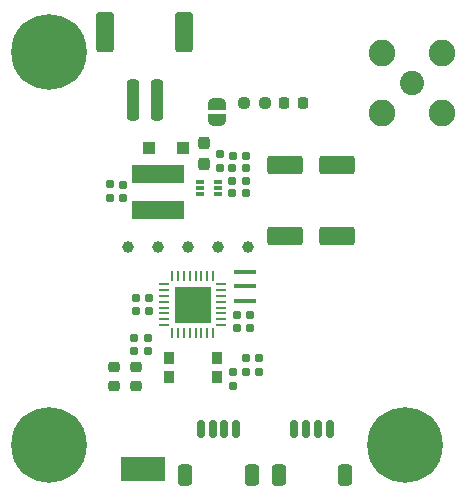
<source format=gts>
G04 #@! TF.GenerationSoftware,KiCad,Pcbnew,7.0.5-0*
G04 #@! TF.CreationDate,2023-07-15T01:27:44-04:00*
G04 #@! TF.ProjectId,strato_connect,73747261-746f-45f6-936f-6e6e6563742e,rev?*
G04 #@! TF.SameCoordinates,Original*
G04 #@! TF.FileFunction,Soldermask,Top*
G04 #@! TF.FilePolarity,Negative*
%FSLAX46Y46*%
G04 Gerber Fmt 4.6, Leading zero omitted, Abs format (unit mm)*
G04 Created by KiCad (PCBNEW 7.0.5-0) date 2023-07-15 01:27:44*
%MOMM*%
%LPD*%
G01*
G04 APERTURE LIST*
G04 Aperture macros list*
%AMRoundRect*
0 Rectangle with rounded corners*
0 $1 Rounding radius*
0 $2 $3 $4 $5 $6 $7 $8 $9 X,Y pos of 4 corners*
0 Add a 4 corners polygon primitive as box body*
4,1,4,$2,$3,$4,$5,$6,$7,$8,$9,$2,$3,0*
0 Add four circle primitives for the rounded corners*
1,1,$1+$1,$2,$3*
1,1,$1+$1,$4,$5*
1,1,$1+$1,$6,$7*
1,1,$1+$1,$8,$9*
0 Add four rect primitives between the rounded corners*
20,1,$1+$1,$2,$3,$4,$5,0*
20,1,$1+$1,$4,$5,$6,$7,0*
20,1,$1+$1,$6,$7,$8,$9,0*
20,1,$1+$1,$8,$9,$2,$3,0*%
%AMFreePoly0*
4,1,19,0.500000,-0.750000,0.000000,-0.750000,0.000000,-0.744911,-0.071157,-0.744911,-0.207708,-0.704816,-0.327430,-0.627875,-0.420627,-0.520320,-0.479746,-0.390866,-0.500000,-0.250000,-0.500000,0.250000,-0.479746,0.390866,-0.420627,0.520320,-0.327430,0.627875,-0.207708,0.704816,-0.071157,0.744911,0.000000,0.744911,0.000000,0.750000,0.500000,0.750000,0.500000,-0.750000,0.500000,-0.750000,
$1*%
%AMFreePoly1*
4,1,19,0.000000,0.744911,0.071157,0.744911,0.207708,0.704816,0.327430,0.627875,0.420627,0.520320,0.479746,0.390866,0.500000,0.250000,0.500000,-0.250000,0.479746,-0.390866,0.420627,-0.520320,0.327430,-0.627875,0.207708,-0.704816,0.071157,-0.744911,0.000000,-0.744911,0.000000,-0.750000,-0.500000,-0.750000,-0.500000,0.750000,0.000000,0.750000,0.000000,0.744911,0.000000,0.744911,
$1*%
G04 Aperture macros list end*
%ADD10C,2.050000*%
%ADD11C,2.250000*%
%ADD12RoundRect,0.160000X0.197500X0.160000X-0.197500X0.160000X-0.197500X-0.160000X0.197500X-0.160000X0*%
%ADD13RoundRect,0.218750X0.218750X0.256250X-0.218750X0.256250X-0.218750X-0.256250X0.218750X-0.256250X0*%
%ADD14RoundRect,0.155000X0.155000X-0.212500X0.155000X0.212500X-0.155000X0.212500X-0.155000X-0.212500X0*%
%ADD15R,3.800000X2.000000*%
%ADD16RoundRect,0.160000X0.160000X-0.197500X0.160000X0.197500X-0.160000X0.197500X-0.160000X-0.197500X0*%
%ADD17RoundRect,0.250000X0.250000X1.500000X-0.250000X1.500000X-0.250000X-1.500000X0.250000X-1.500000X0*%
%ADD18RoundRect,0.250001X0.499999X1.449999X-0.499999X1.449999X-0.499999X-1.449999X0.499999X-1.449999X0*%
%ADD19C,1.000000*%
%ADD20RoundRect,0.237500X-0.237500X0.300000X-0.237500X-0.300000X0.237500X-0.300000X0.237500X0.300000X0*%
%ADD21C,0.800000*%
%ADD22C,6.400000*%
%ADD23RoundRect,0.155000X-0.212500X-0.155000X0.212500X-0.155000X0.212500X0.155000X-0.212500X0.155000X0*%
%ADD24R,0.700000X0.340000*%
%ADD25RoundRect,0.160000X-0.160000X0.197500X-0.160000X-0.197500X0.160000X-0.197500X0.160000X0.197500X0*%
%ADD26RoundRect,0.155000X-0.155000X0.212500X-0.155000X-0.212500X0.155000X-0.212500X0.155000X0.212500X0*%
%ADD27RoundRect,0.150000X-0.150000X-0.625000X0.150000X-0.625000X0.150000X0.625000X-0.150000X0.625000X0*%
%ADD28RoundRect,0.250000X-0.350000X-0.650000X0.350000X-0.650000X0.350000X0.650000X-0.350000X0.650000X0*%
%ADD29RoundRect,0.250000X-1.250000X-0.550000X1.250000X-0.550000X1.250000X0.550000X-1.250000X0.550000X0*%
%ADD30RoundRect,0.237500X-0.250000X-0.237500X0.250000X-0.237500X0.250000X0.237500X-0.250000X0.237500X0*%
%ADD31RoundRect,0.160000X-0.197500X-0.160000X0.197500X-0.160000X0.197500X0.160000X-0.197500X0.160000X0*%
%ADD32RoundRect,0.218750X0.256250X-0.218750X0.256250X0.218750X-0.256250X0.218750X-0.256250X-0.218750X0*%
%ADD33R,0.900000X1.000000*%
%ADD34R,1.900000X0.400000*%
%ADD35FreePoly0,90.000000*%
%ADD36FreePoly1,90.000000*%
%ADD37RoundRect,0.250000X0.300000X0.300000X-0.300000X0.300000X-0.300000X-0.300000X0.300000X-0.300000X0*%
%ADD38R,4.400000X1.500000*%
%ADD39RoundRect,0.155000X0.212500X0.155000X-0.212500X0.155000X-0.212500X-0.155000X0.212500X-0.155000X0*%
%ADD40RoundRect,0.062500X0.375000X0.062500X-0.375000X0.062500X-0.375000X-0.062500X0.375000X-0.062500X0*%
%ADD41RoundRect,0.062500X0.062500X0.375000X-0.062500X0.375000X-0.062500X-0.375000X0.062500X-0.375000X0*%
%ADD42R,3.100000X3.100000*%
G04 APERTURE END LIST*
D10*
X175133000Y-63800000D03*
D11*
X172593000Y-61260000D03*
X172593000Y-66340000D03*
X177673000Y-61260000D03*
X177673000Y-66340000D03*
D12*
X152800000Y-86500000D03*
X151605000Y-86500000D03*
D13*
X165900000Y-65500000D03*
X164325000Y-65500000D03*
D14*
X150700000Y-73567500D03*
X150700000Y-72432500D03*
D15*
X152350000Y-96500000D03*
D16*
X160000000Y-89497500D03*
X160000000Y-88302500D03*
D17*
X153500000Y-65250000D03*
X151500000Y-65250000D03*
D18*
X155850000Y-59500000D03*
X149150000Y-59500000D03*
D12*
X161097500Y-73150000D03*
X159902500Y-73150000D03*
D19*
X153615000Y-77680000D03*
D20*
X157500000Y-68937500D03*
X157500000Y-70662500D03*
D21*
X172100000Y-94500000D03*
X172802944Y-92802944D03*
X172802944Y-96197056D03*
X174500000Y-92100000D03*
D22*
X174500000Y-94500000D03*
D21*
X174500000Y-96900000D03*
X176197056Y-92802944D03*
X176197056Y-96197056D03*
X176900000Y-94500000D03*
D23*
X160300000Y-84538000D03*
X161435000Y-84538000D03*
D24*
X157200000Y-72200000D03*
X157200000Y-72700000D03*
X157200000Y-73200000D03*
X158700000Y-73200000D03*
X158700000Y-72700000D03*
X158700000Y-72200000D03*
D25*
X162200000Y-87102500D03*
X162200000Y-88297500D03*
D19*
X151075000Y-77680000D03*
D12*
X161095000Y-71050000D03*
X159900000Y-71050000D03*
D26*
X152850000Y-82032500D03*
X152850000Y-83167500D03*
D12*
X152797500Y-85400000D03*
X151602500Y-85400000D03*
D27*
X157250000Y-93100000D03*
X158250000Y-93100000D03*
X159250000Y-93100000D03*
X160250000Y-93100000D03*
D28*
X155950000Y-96975000D03*
X161550000Y-96975000D03*
D29*
X164400000Y-70800000D03*
X168800000Y-70800000D03*
D21*
X141986000Y-94500000D03*
X142688944Y-92802944D03*
X142688944Y-96197056D03*
X144386000Y-92100000D03*
D22*
X144386000Y-94500000D03*
D21*
X144386000Y-96900000D03*
X146083056Y-92802944D03*
X146083056Y-96197056D03*
X146786000Y-94500000D03*
X142000000Y-61200000D03*
X142702944Y-59502944D03*
X142702944Y-62897056D03*
X144400000Y-58800000D03*
D22*
X144400000Y-61200000D03*
D21*
X144400000Y-63600000D03*
X146097056Y-59502944D03*
X146097056Y-62897056D03*
X146800000Y-61200000D03*
D19*
X158695000Y-77680000D03*
D25*
X161100000Y-87102500D03*
X161100000Y-88297500D03*
D30*
X160898000Y-65500000D03*
X162723000Y-65500000D03*
D31*
X159902500Y-72100000D03*
X161097500Y-72100000D03*
D25*
X149600000Y-72402500D03*
X149600000Y-73597500D03*
D32*
X151765000Y-89475000D03*
X151765000Y-87900000D03*
D29*
X164400000Y-76800000D03*
X168800000Y-76800000D03*
D33*
X158641000Y-88684000D03*
X158641000Y-87084000D03*
X154541000Y-88684000D03*
X154541000Y-87084000D03*
D19*
X161235000Y-77680000D03*
D34*
X161008000Y-79850000D03*
X161008000Y-81050000D03*
X161008000Y-82250000D03*
D26*
X151800000Y-82032500D03*
X151800000Y-83167500D03*
D23*
X160300000Y-83500000D03*
X161435000Y-83500000D03*
D27*
X165150000Y-93100000D03*
X166150000Y-93100000D03*
X167150000Y-93100000D03*
X168150000Y-93100000D03*
D28*
X163850000Y-96975000D03*
X169450000Y-96975000D03*
D32*
X149900000Y-89475000D03*
X149900000Y-87900000D03*
D35*
X158648400Y-66944000D03*
D36*
X158648400Y-65644000D03*
D37*
X155700000Y-69300000D03*
X152900000Y-69300000D03*
D38*
X153600000Y-71550000D03*
X153600000Y-74600000D03*
D16*
X158846500Y-70997500D03*
X158846500Y-69802500D03*
D19*
X156155000Y-77680000D03*
D39*
X161067500Y-70000000D03*
X159932500Y-70000000D03*
D40*
X158986500Y-84337500D03*
X158986500Y-83837500D03*
X158986500Y-83337500D03*
X158986500Y-82837500D03*
X158986500Y-82337500D03*
X158986500Y-81837500D03*
X158986500Y-81337500D03*
X158986500Y-80837500D03*
D41*
X158299000Y-80150000D03*
X157799000Y-80150000D03*
X157299000Y-80150000D03*
X156799000Y-80150000D03*
X156299000Y-80150000D03*
X155799000Y-80150000D03*
X155299000Y-80150000D03*
X154799000Y-80150000D03*
D40*
X154111500Y-80837500D03*
X154111500Y-81337500D03*
X154111500Y-81837500D03*
X154111500Y-82337500D03*
X154111500Y-82837500D03*
X154111500Y-83337500D03*
X154111500Y-83837500D03*
X154111500Y-84337500D03*
D41*
X154799000Y-85025000D03*
X155299000Y-85025000D03*
X155799000Y-85025000D03*
X156299000Y-85025000D03*
X156799000Y-85025000D03*
X157299000Y-85025000D03*
X157799000Y-85025000D03*
X158299000Y-85025000D03*
D42*
X156549000Y-82587500D03*
M02*

</source>
